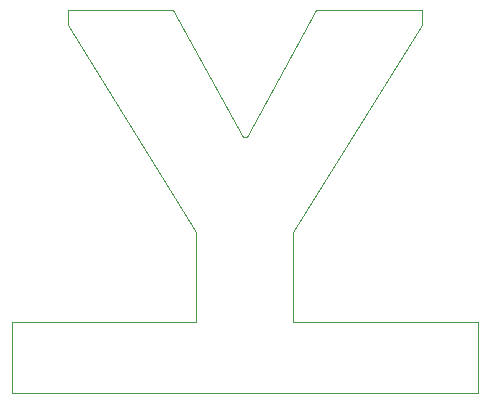
<source format=gm1>
G04 #@! TF.FileFunction,Profile,NP*
%FSLAX46Y46*%
G04 Gerber Fmt 4.6, Leading zero omitted, Abs format (unit mm)*
G04 Created by KiCad (PCBNEW 4.0.0-rc2-stable) date 3/3/2016 3:49:23 PM*
%MOMM*%
G01*
G04 APERTURE LIST*
%ADD10C,0.150000*%
%ADD11C,0.100000*%
G04 APERTURE END LIST*
D10*
D11*
X70420000Y-51160000D02*
X62220000Y-51160000D01*
X62220000Y-51160000D02*
X62220000Y-51150000D01*
X62220000Y-51150000D02*
X46630000Y-51150000D01*
X46630000Y-51150000D02*
X46630000Y-45150000D01*
X46630000Y-45150000D02*
X62220000Y-45150000D01*
X62220000Y-45150000D02*
X62220000Y-37530000D01*
X62220000Y-37530000D02*
X51330000Y-19980000D01*
X51330000Y-19980000D02*
X51330000Y-18720000D01*
X51330000Y-18720000D02*
X51330000Y-18720000D01*
X51330000Y-18720000D02*
X60270000Y-18720000D01*
X60270000Y-18720000D02*
X66160000Y-29520000D01*
X66160000Y-29520000D02*
X66480000Y-29520000D01*
X66480000Y-29520000D02*
X72370000Y-18720000D01*
X72370000Y-18720000D02*
X81360000Y-18720000D01*
X81360000Y-18720000D02*
X81360000Y-18720000D01*
X81360000Y-18720000D02*
X81360000Y-19980000D01*
X81360000Y-19980000D02*
X70420000Y-37530000D01*
X70420000Y-37530000D02*
X70420000Y-45150000D01*
X70420000Y-45150000D02*
X86060000Y-45150000D01*
X86060000Y-45150000D02*
X86060000Y-51150000D01*
X86060000Y-51150000D02*
X70420000Y-51150000D01*
X70420000Y-51150000D02*
X70420000Y-51160000D01*
X70420000Y-51160000D02*
X70420000Y-51160000D01*
X70420000Y-51160000D02*
X70420000Y-51160000D01*
M02*

</source>
